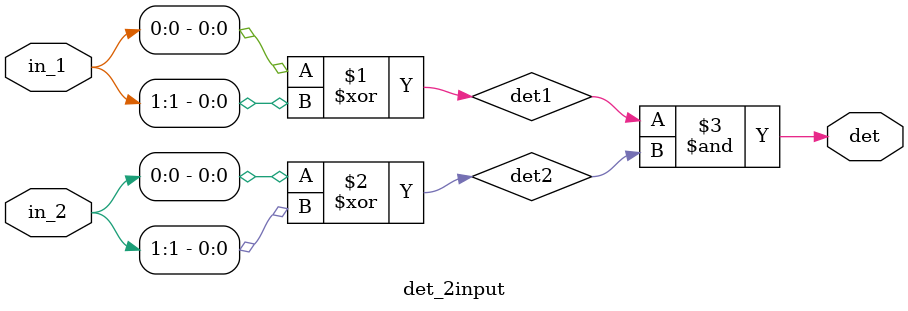
<source format=v>
module det_2input(input [1:0] in_1, in_2,
						output det);
						
wire det1, det2;

xor (det1, in_1[0],in_1[1]);
xor (det2, in_2[0],in_2[1]);
and (det,  det1, det2);
						
						
endmodule 
</source>
